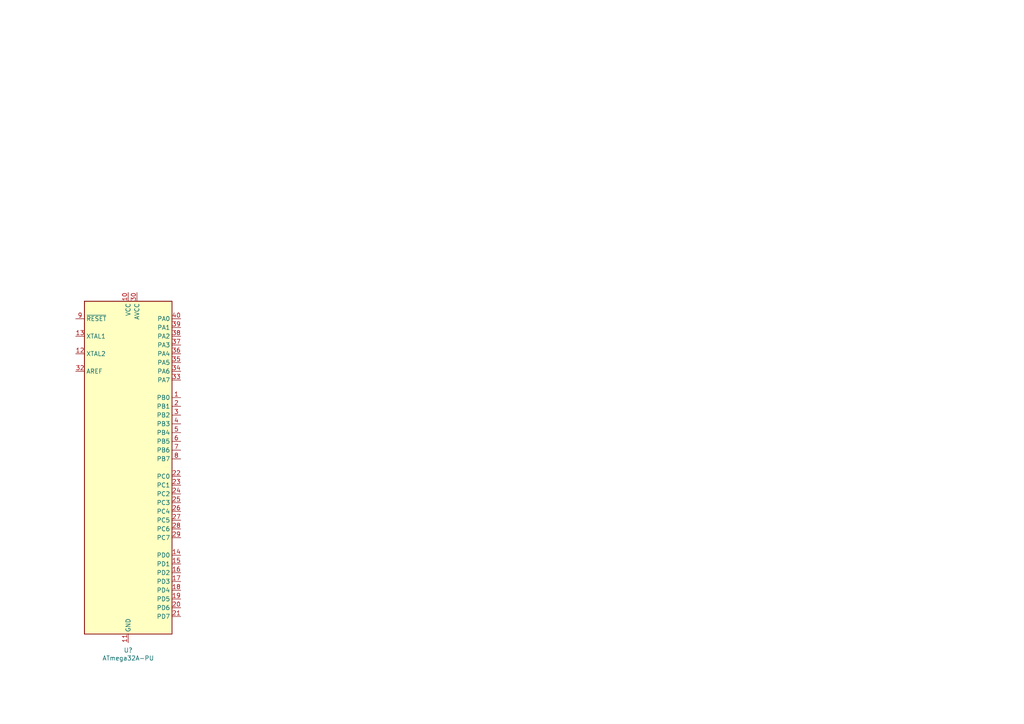
<source format=kicad_sch>
(kicad_sch (version 20200714) (host eeschema "(5.99.0-2421-g2ea5528cd)")
  (page 1 1)
  (paper "A4")
  (lib_symbols
    (symbol "MCU_Microchip_ATmega:ATmega32A-PU" (pin_names (offset 0.508))
      (property "Reference" "U" (at -12.7 49.53 0))
      (property "Value" "ATmega32A-PU" (at 2.54 -49.53 0))
      (symbol "ATmega32A-PU_0_1"
        (rectangle (start -12.7 -48.26) (end 12.7 48.26) (stroke (width 0.254)) (fill (type background)))
      )
      (symbol "ATmega32A-PU_1_1"
        (pin bidirectional line (at 15.24 20.32 180) (length 2.54) (name "PB0") (number "1"))
        (pin power_in line (at 0 50.8 270) (length 2.54) (name "VCC") (number "10"))
        (pin power_in line (at 0 -50.8 90) (length 2.54) (name "GND") (number "11"))
        (pin output line (at -15.24 33.02 0) (length 2.54) (name "XTAL2") (number "12"))
        (pin input line (at -15.24 38.1 0) (length 2.54) (name "XTAL1") (number "13"))
        (pin bidirectional line (at 15.24 -25.4 180) (length 2.54) (name "PD0") (number "14"))
        (pin bidirectional line (at 15.24 -27.94 180) (length 2.54) (name "PD1") (number "15"))
        (pin bidirectional line (at 15.24 -30.48 180) (length 2.54) (name "PD2") (number "16"))
        (pin bidirectional line (at 15.24 -33.02 180) (length 2.54) (name "PD3") (number "17"))
        (pin bidirectional line (at 15.24 -35.56 180) (length 2.54) (name "PD4") (number "18"))
        (pin bidirectional line (at 15.24 -38.1 180) (length 2.54) (name "PD5") (number "19"))
        (pin bidirectional line (at 15.24 17.78 180) (length 2.54) (name "PB1") (number "2"))
        (pin bidirectional line (at 15.24 -40.64 180) (length 2.54) (name "PD6") (number "20"))
        (pin bidirectional line (at 15.24 -43.18 180) (length 2.54) (name "PD7") (number "21"))
        (pin bidirectional line (at 15.24 -2.54 180) (length 2.54) (name "PC0") (number "22"))
        (pin bidirectional line (at 15.24 -5.08 180) (length 2.54) (name "PC1") (number "23"))
        (pin bidirectional line (at 15.24 -7.62 180) (length 2.54) (name "PC2") (number "24"))
        (pin bidirectional line (at 15.24 -10.16 180) (length 2.54) (name "PC3") (number "25"))
        (pin bidirectional line (at 15.24 -12.7 180) (length 2.54) (name "PC4") (number "26"))
        (pin bidirectional line (at 15.24 -15.24 180) (length 2.54) (name "PC5") (number "27"))
        (pin bidirectional line (at 15.24 -17.78 180) (length 2.54) (name "PC6") (number "28"))
        (pin bidirectional line (at 15.24 -20.32 180) (length 2.54) (name "PC7") (number "29"))
        (pin bidirectional line (at 15.24 15.24 180) (length 2.54) (name "PB2") (number "3"))
        (pin power_in line (at 2.54 50.8 270) (length 2.54) (name "AVCC") (number "30"))
        (pin passive line (at 0 -50.8 90) (length 2.54) hide (name "GND") (number "31"))
        (pin passive line (at -15.24 27.94 0) (length 2.54) (name "AREF") (number "32"))
        (pin bidirectional line (at 15.24 25.4 180) (length 2.54) (name "PA7") (number "33"))
        (pin bidirectional line (at 15.24 27.94 180) (length 2.54) (name "PA6") (number "34"))
        (pin bidirectional line (at 15.24 30.48 180) (length 2.54) (name "PA5") (number "35"))
        (pin bidirectional line (at 15.24 33.02 180) (length 2.54) (name "PA4") (number "36"))
        (pin bidirectional line (at 15.24 35.56 180) (length 2.54) (name "PA3") (number "37"))
        (pin bidirectional line (at 15.24 38.1 180) (length 2.54) (name "PA2") (number "38"))
        (pin bidirectional line (at 15.24 40.64 180) (length 2.54) (name "PA1") (number "39"))
        (pin bidirectional line (at 15.24 12.7 180) (length 2.54) (name "PB3") (number "4"))
        (pin bidirectional line (at 15.24 43.18 180) (length 2.54) (name "PA0") (number "40"))
        (pin bidirectional line (at 15.24 10.16 180) (length 2.54) (name "PB4") (number "5"))
        (pin bidirectional line (at 15.24 7.62 180) (length 2.54) (name "PB5") (number "6"))
        (pin bidirectional line (at 15.24 5.08 180) (length 2.54) (name "PB6") (number "7"))
        (pin bidirectional line (at 15.24 2.54 180) (length 2.54) (name "PB7") (number "8"))
        (pin input line (at -15.24 43.18 0) (length 2.54) (name "~RESET") (number "9"))
      )
    )
  )
  (symbol (lib_id "MCU_Microchip_ATmega:ATmega32A-PU") (at 37.1856 135.636 0) (unit 1)
    (property "Reference" "U?" (at 37.1856 188.6014 0))
    (property "Value" "ATmega32A-PU" (at 37.1856 190.9001 0))
    (property "Footprint" "Package_DIP:DIP-40_W15.24mm" (effects hide))
    (property "Datasheet" "http://ww1.microchip.com/downloads/en/DeviceDoc/atmel-8155-8-bit-microcontroller-avr-atmega32a_datasheet.pdf" (effects hide))
  )
)
</source>
